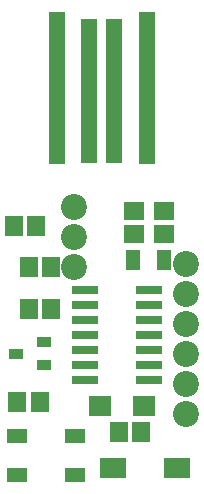
<source format=gbr>
G04 DipTrace 3.0.0.2*
G04 TopMask.gbr*
%MOIN*%
G04 #@! TF.FileFunction,Soldermask,Top*
G04 #@! TF.Part,Single*
%ADD36R,0.047244X0.068898*%
%ADD38R,0.057874X0.507874*%
%ADD40R,0.057874X0.482874*%
%ADD42R,0.049213X0.033465*%
%ADD44R,0.086614X0.031496*%
%ADD46R,0.066929X0.047244*%
%ADD48R,0.086614X0.070866*%
%ADD50C,0.086614*%
%ADD52R,0.076772X0.066929*%
%ADD54R,0.066929X0.059055*%
%ADD56R,0.059055X0.066929*%
%FSLAX26Y26*%
G04*
G70*
G90*
G75*
G01*
G04 TopMask*
%LPD*%
D56*
X531201Y706201D3*
X456398D3*
D54*
X843701Y1343701D3*
Y1268898D3*
X943701Y1343701D3*
Y1268898D3*
D56*
X518701Y1293701D3*
X443898D3*
X493701Y1018701D3*
X568504D3*
X493701Y1156201D3*
X568504D3*
D52*
X731201Y693701D3*
X878839D3*
D50*
X1018701Y668701D3*
Y768701D3*
Y868701D3*
Y968701D3*
Y1068701D3*
Y1168701D3*
X643701Y1156201D3*
Y1256201D3*
Y1356201D3*
D56*
X793701Y606201D3*
X868504D3*
D48*
X987500Y487500D3*
X774902D3*
D46*
X456201Y593701D3*
Y463780D3*
X649114D3*
Y593701D3*
D44*
X893701Y781201D3*
Y831201D3*
Y881201D3*
Y931201D3*
Y981201D3*
Y1031201D3*
Y1081201D3*
X681102D3*
Y1031201D3*
Y981201D3*
Y931201D3*
Y881201D3*
Y831201D3*
Y781201D3*
D42*
X543701Y831201D3*
Y906004D3*
X453150Y868602D3*
D40*
X779402Y1743701D3*
D38*
X587402Y1755701D3*
X887402D3*
D40*
X695402Y1743701D3*
D36*
X943701Y1181201D3*
X841339D3*
M02*

</source>
